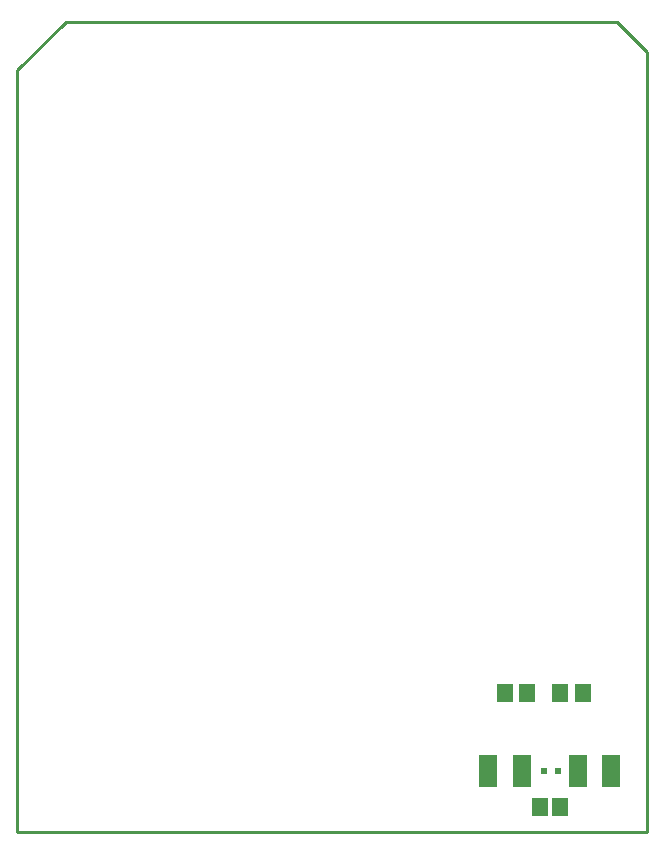
<source format=gbp>
%FSTAX24Y24*%
%MOIN*%
%SFA1B1*%

%IPPOS*%
%ADD15R,0.052000X0.063000*%
%ADD23C,0.010000*%
%ADD28C,0.000000*%
%ADD35R,0.019700X0.019700*%
%ADD36R,0.063000X0.107000*%
%ADD37R,0.052000X0.060000*%
%LNklogshield_mb_rev1-1*%
%LPD*%
G54D15*
X027054Y0147D03*
X0263D03*
X028904D03*
X02815D03*
G54D23*
X03105Y01007D02*
Y01157D01*
X03104Y01006D02*
X03105Y01007D01*
X02567Y01006D02*
X03104D01*
X01005Y01005D02*
X02469D01*
X03105Y01157D02*
Y03605D01*
X0247Y01006D02*
X02567D01*
X01166Y03706D02*
X03004D01*
X0305Y0366*
X03105Y03605*
X01005Y01005D02*
Y03545D01*
X01166Y03706*
G54D28*
X03105Y01641D02*
Y03605D01*
X01005Y01005D02*
X02208D01*
X01615Y03705D02*
X02905D01*
X01005Y03545D02*
X01065Y03605D01*
X01005Y01005D02*
Y03545D01*
G54D35*
X028072Y0121D03*
X0276D03*
G54D36*
X025749Y0121D03*
X02686D03*
X028739D03*
X02985D03*
G54D37*
X02815Y0109D03*
X027475D03*
M02*
</source>
